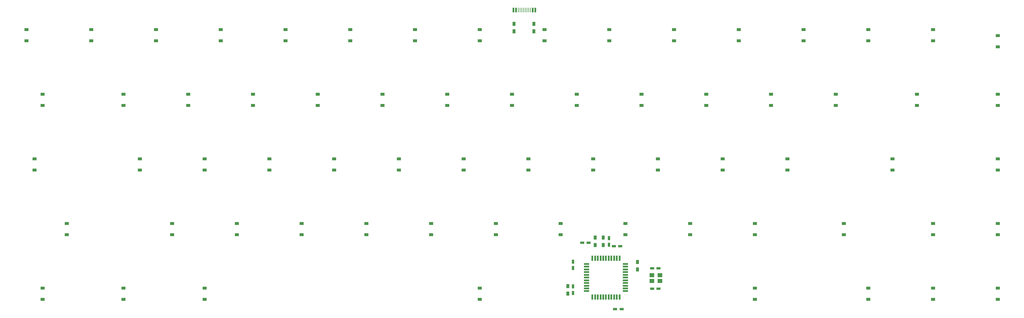
<source format=gbp>
G04 #@! TF.FileFunction,Paste,Bot*
%FSLAX46Y46*%
G04 Gerber Fmt 4.6, Leading zero omitted, Abs format (unit mm)*
G04 Created by KiCad (PCBNEW 4.0.7) date 02/25/19 20:16:43*
%MOMM*%
%LPD*%
G01*
G04 APERTURE LIST*
%ADD10C,0.100000*%
%ADD11R,1.200000X0.900000*%
%ADD12R,0.750000X1.200000*%
%ADD13R,1.200000X0.750000*%
%ADD14R,0.900000X1.200000*%
%ADD15R,0.550000X1.500000*%
%ADD16R,1.500000X0.550000*%
%ADD17R,1.400000X1.200000*%
%ADD18R,0.250000X1.450000*%
%ADD19R,0.500000X1.450000*%
G04 APERTURE END LIST*
D10*
D11*
X372662500Y-110550000D03*
X372662500Y-107250000D03*
D12*
X247706250Y-175806250D03*
X247706250Y-173906250D03*
X247706250Y-181206250D03*
X247706250Y-183106250D03*
D13*
X262006250Y-187906250D03*
X260106250Y-187906250D03*
X261606250Y-169306250D03*
X259706250Y-169306250D03*
X250406250Y-168306250D03*
X252306250Y-168306250D03*
D12*
X258306250Y-168906250D03*
X258306250Y-167006250D03*
D13*
X270956250Y-175906250D03*
X272856250Y-175906250D03*
X272856250Y-181906250D03*
X270956250Y-181906250D03*
D14*
X230356250Y-103806250D03*
X230356250Y-106006250D03*
X236206250Y-103806250D03*
X236206250Y-106006250D03*
X254200000Y-166800000D03*
X254200000Y-169000000D03*
X256600000Y-166800000D03*
X256600000Y-169000000D03*
X266700000Y-176212500D03*
X266700000Y-174012500D03*
X246200000Y-181100000D03*
X246200000Y-183300000D03*
D15*
X253400000Y-172893750D03*
X254200000Y-172893750D03*
X255000000Y-172893750D03*
X255800000Y-172893750D03*
X256600000Y-172893750D03*
X257400000Y-172893750D03*
X258200000Y-172893750D03*
X259000000Y-172893750D03*
X259800000Y-172893750D03*
X260600000Y-172893750D03*
X261400000Y-172893750D03*
D16*
X263100000Y-174593750D03*
X263100000Y-175393750D03*
X263100000Y-176193750D03*
X263100000Y-176993750D03*
X263100000Y-177793750D03*
X263100000Y-178593750D03*
X263100000Y-179393750D03*
X263100000Y-180193750D03*
X263100000Y-180993750D03*
X263100000Y-181793750D03*
X263100000Y-182593750D03*
D15*
X261400000Y-184293750D03*
X260600000Y-184293750D03*
X259800000Y-184293750D03*
X259000000Y-184293750D03*
X258200000Y-184293750D03*
X257400000Y-184293750D03*
X256600000Y-184293750D03*
X255800000Y-184293750D03*
X255000000Y-184293750D03*
X254200000Y-184293750D03*
X253400000Y-184293750D03*
D16*
X251700000Y-182593750D03*
X251700000Y-181793750D03*
X251700000Y-180993750D03*
X251700000Y-180193750D03*
X251700000Y-179393750D03*
X251700000Y-178593750D03*
X251700000Y-177793750D03*
X251700000Y-176993750D03*
X251700000Y-176193750D03*
X251700000Y-175393750D03*
X251700000Y-174593750D03*
D17*
X270906250Y-179556250D03*
X273306250Y-179556250D03*
X270906250Y-177856250D03*
X273306250Y-177856250D03*
D11*
X86915698Y-108806340D03*
X86915698Y-105506340D03*
X105965714Y-108806340D03*
X105965714Y-105506340D03*
X125015625Y-108806250D03*
X125015625Y-105506250D03*
X144065625Y-108806250D03*
X144065625Y-105506250D03*
X163115625Y-108806250D03*
X163115625Y-105506250D03*
X182165625Y-108806250D03*
X182165625Y-105506250D03*
X201215625Y-108806250D03*
X201215625Y-105506250D03*
X220265625Y-108806250D03*
X220265625Y-105506250D03*
X239315625Y-108806250D03*
X239315625Y-105506250D03*
X258365625Y-108806250D03*
X258365625Y-105506250D03*
X277415625Y-108806250D03*
X277415625Y-105506250D03*
X296465625Y-108806250D03*
X296465625Y-105506250D03*
X315515625Y-108806250D03*
X315515625Y-105506250D03*
X334565625Y-108806250D03*
X334565625Y-105506250D03*
X353615625Y-108806250D03*
X353615625Y-105506250D03*
X91678125Y-127856250D03*
X91678125Y-124556250D03*
X115490625Y-127856250D03*
X115490625Y-124556250D03*
X134540625Y-127856250D03*
X134540625Y-124556250D03*
X153590625Y-127856250D03*
X153590625Y-124556250D03*
X172640625Y-127856250D03*
X172640625Y-124556250D03*
X191690625Y-127856250D03*
X191690625Y-124556250D03*
X210740625Y-127856250D03*
X210740625Y-124556250D03*
X229790625Y-127856250D03*
X229790625Y-124556250D03*
X248840625Y-127856250D03*
X248840625Y-124556250D03*
X267890625Y-127856250D03*
X267890625Y-124556250D03*
X286940625Y-127856250D03*
X286940625Y-124556250D03*
X305990625Y-127856250D03*
X305990625Y-124556250D03*
X325040625Y-127856250D03*
X325040625Y-124556250D03*
X348853125Y-127856250D03*
X348853125Y-124556250D03*
X372665625Y-127856250D03*
X372665625Y-124556250D03*
X89296875Y-146906250D03*
X89296875Y-143606250D03*
X120253125Y-146906250D03*
X120253125Y-143606250D03*
X139303125Y-146906250D03*
X139303125Y-143606250D03*
X158353125Y-146906250D03*
X158353125Y-143606250D03*
X177403125Y-146906250D03*
X177403125Y-143606250D03*
X196453125Y-146906250D03*
X196453125Y-143606250D03*
X215503125Y-146906250D03*
X215503125Y-143606250D03*
X234553125Y-146906250D03*
X234553125Y-143606250D03*
X253603125Y-146906250D03*
X253603125Y-143606250D03*
X272653125Y-146906250D03*
X272653125Y-143606250D03*
X291703125Y-146906250D03*
X291703125Y-143606250D03*
X310753125Y-146906250D03*
X310753125Y-143606250D03*
X341709375Y-146906250D03*
X341709375Y-143606250D03*
X372665625Y-146906250D03*
X372665625Y-143606250D03*
X98821875Y-165956250D03*
X98821875Y-162656250D03*
X129778125Y-165956250D03*
X129778125Y-162656250D03*
X148828125Y-165956250D03*
X148828125Y-162656250D03*
X167878125Y-165956250D03*
X167878125Y-162656250D03*
X186928125Y-165956250D03*
X186928125Y-162656250D03*
X205978125Y-165956250D03*
X205978125Y-162656250D03*
X225028125Y-165956250D03*
X225028125Y-162656250D03*
X244078125Y-165956250D03*
X244078125Y-162656250D03*
X263128125Y-165956250D03*
X263128125Y-162656250D03*
X282178125Y-165956250D03*
X282178125Y-162656250D03*
X301228125Y-165956250D03*
X301228125Y-162656250D03*
X327421875Y-165956250D03*
X327421875Y-162656250D03*
X353615625Y-165956250D03*
X353615625Y-162656250D03*
X372665625Y-165956250D03*
X372665625Y-162656250D03*
X91678125Y-185006250D03*
X91678125Y-181706250D03*
X115490625Y-185006250D03*
X115490625Y-181706250D03*
X139303125Y-185006250D03*
X139303125Y-181706250D03*
X220265625Y-185006250D03*
X220265625Y-181706250D03*
X301228125Y-185006250D03*
X301228125Y-181706250D03*
X334565625Y-185006250D03*
X334565625Y-181706250D03*
X353615625Y-185006250D03*
X353615625Y-181706250D03*
X372665625Y-185006250D03*
X372665625Y-181706250D03*
D18*
X233150000Y-99750000D03*
X233650000Y-99750000D03*
X234150000Y-99750000D03*
X232650000Y-99750000D03*
X234650000Y-99750000D03*
X232150000Y-99750000D03*
X235150000Y-99750000D03*
X231650000Y-99750000D03*
D19*
X230950000Y-99750000D03*
X235850000Y-99750000D03*
X230175000Y-99750000D03*
X236625000Y-99750000D03*
M02*

</source>
